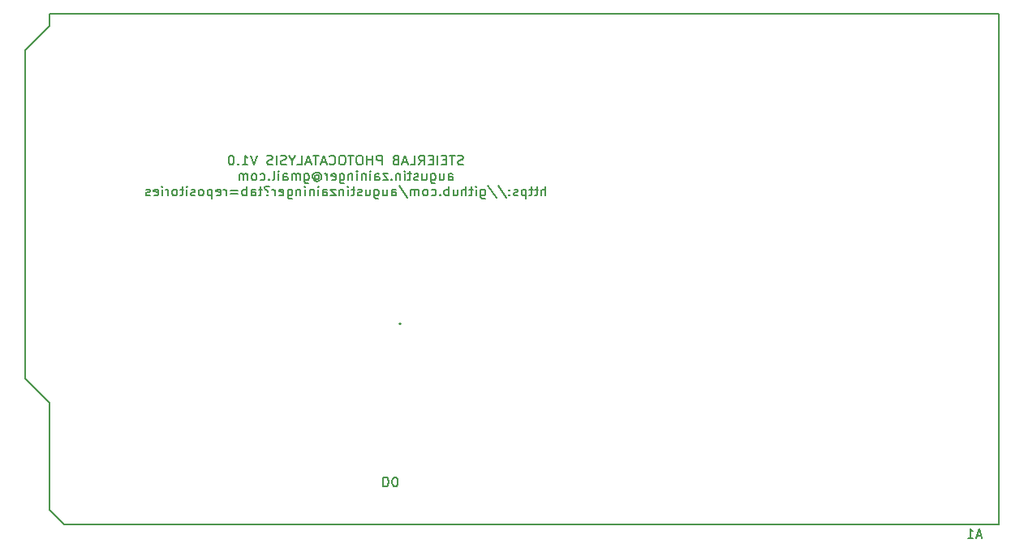
<source format=gbr>
%TF.GenerationSoftware,KiCad,Pcbnew,7.0.7*%
%TF.CreationDate,2024-02-22T12:48:11+00:00*%
%TF.ProjectId,baseBoard_rev0,62617365-426f-4617-9264-5f726576302e,rev?*%
%TF.SameCoordinates,Original*%
%TF.FileFunction,Legend,Bot*%
%TF.FilePolarity,Positive*%
%FSLAX46Y46*%
G04 Gerber Fmt 4.6, Leading zero omitted, Abs format (unit mm)*
G04 Created by KiCad (PCBNEW 7.0.7) date 2024-02-22 12:48:11*
%MOMM*%
%LPD*%
G01*
G04 APERTURE LIST*
%ADD10C,0.150000*%
G04 APERTURE END LIST*
D10*
X56738095Y-98102200D02*
X56595238Y-98149819D01*
X56595238Y-98149819D02*
X56357143Y-98149819D01*
X56357143Y-98149819D02*
X56261905Y-98102200D01*
X56261905Y-98102200D02*
X56214286Y-98054580D01*
X56214286Y-98054580D02*
X56166667Y-97959342D01*
X56166667Y-97959342D02*
X56166667Y-97864104D01*
X56166667Y-97864104D02*
X56214286Y-97768866D01*
X56214286Y-97768866D02*
X56261905Y-97721247D01*
X56261905Y-97721247D02*
X56357143Y-97673628D01*
X56357143Y-97673628D02*
X56547619Y-97626009D01*
X56547619Y-97626009D02*
X56642857Y-97578390D01*
X56642857Y-97578390D02*
X56690476Y-97530771D01*
X56690476Y-97530771D02*
X56738095Y-97435533D01*
X56738095Y-97435533D02*
X56738095Y-97340295D01*
X56738095Y-97340295D02*
X56690476Y-97245057D01*
X56690476Y-97245057D02*
X56642857Y-97197438D01*
X56642857Y-97197438D02*
X56547619Y-97149819D01*
X56547619Y-97149819D02*
X56309524Y-97149819D01*
X56309524Y-97149819D02*
X56166667Y-97197438D01*
X55880952Y-97149819D02*
X55309524Y-97149819D01*
X55595238Y-98149819D02*
X55595238Y-97149819D01*
X54976190Y-97626009D02*
X54642857Y-97626009D01*
X54500000Y-98149819D02*
X54976190Y-98149819D01*
X54976190Y-98149819D02*
X54976190Y-97149819D01*
X54976190Y-97149819D02*
X54500000Y-97149819D01*
X54071428Y-98149819D02*
X54071428Y-97149819D01*
X53595238Y-97626009D02*
X53261905Y-97626009D01*
X53119048Y-98149819D02*
X53595238Y-98149819D01*
X53595238Y-98149819D02*
X53595238Y-97149819D01*
X53595238Y-97149819D02*
X53119048Y-97149819D01*
X52119048Y-98149819D02*
X52452381Y-97673628D01*
X52690476Y-98149819D02*
X52690476Y-97149819D01*
X52690476Y-97149819D02*
X52309524Y-97149819D01*
X52309524Y-97149819D02*
X52214286Y-97197438D01*
X52214286Y-97197438D02*
X52166667Y-97245057D01*
X52166667Y-97245057D02*
X52119048Y-97340295D01*
X52119048Y-97340295D02*
X52119048Y-97483152D01*
X52119048Y-97483152D02*
X52166667Y-97578390D01*
X52166667Y-97578390D02*
X52214286Y-97626009D01*
X52214286Y-97626009D02*
X52309524Y-97673628D01*
X52309524Y-97673628D02*
X52690476Y-97673628D01*
X51214286Y-98149819D02*
X51690476Y-98149819D01*
X51690476Y-98149819D02*
X51690476Y-97149819D01*
X50928571Y-97864104D02*
X50452381Y-97864104D01*
X51023809Y-98149819D02*
X50690476Y-97149819D01*
X50690476Y-97149819D02*
X50357143Y-98149819D01*
X49690476Y-97626009D02*
X49547619Y-97673628D01*
X49547619Y-97673628D02*
X49500000Y-97721247D01*
X49500000Y-97721247D02*
X49452381Y-97816485D01*
X49452381Y-97816485D02*
X49452381Y-97959342D01*
X49452381Y-97959342D02*
X49500000Y-98054580D01*
X49500000Y-98054580D02*
X49547619Y-98102200D01*
X49547619Y-98102200D02*
X49642857Y-98149819D01*
X49642857Y-98149819D02*
X50023809Y-98149819D01*
X50023809Y-98149819D02*
X50023809Y-97149819D01*
X50023809Y-97149819D02*
X49690476Y-97149819D01*
X49690476Y-97149819D02*
X49595238Y-97197438D01*
X49595238Y-97197438D02*
X49547619Y-97245057D01*
X49547619Y-97245057D02*
X49500000Y-97340295D01*
X49500000Y-97340295D02*
X49500000Y-97435533D01*
X49500000Y-97435533D02*
X49547619Y-97530771D01*
X49547619Y-97530771D02*
X49595238Y-97578390D01*
X49595238Y-97578390D02*
X49690476Y-97626009D01*
X49690476Y-97626009D02*
X50023809Y-97626009D01*
X48261904Y-98149819D02*
X48261904Y-97149819D01*
X48261904Y-97149819D02*
X47880952Y-97149819D01*
X47880952Y-97149819D02*
X47785714Y-97197438D01*
X47785714Y-97197438D02*
X47738095Y-97245057D01*
X47738095Y-97245057D02*
X47690476Y-97340295D01*
X47690476Y-97340295D02*
X47690476Y-97483152D01*
X47690476Y-97483152D02*
X47738095Y-97578390D01*
X47738095Y-97578390D02*
X47785714Y-97626009D01*
X47785714Y-97626009D02*
X47880952Y-97673628D01*
X47880952Y-97673628D02*
X48261904Y-97673628D01*
X47261904Y-98149819D02*
X47261904Y-97149819D01*
X47261904Y-97626009D02*
X46690476Y-97626009D01*
X46690476Y-98149819D02*
X46690476Y-97149819D01*
X46023809Y-97149819D02*
X45833333Y-97149819D01*
X45833333Y-97149819D02*
X45738095Y-97197438D01*
X45738095Y-97197438D02*
X45642857Y-97292676D01*
X45642857Y-97292676D02*
X45595238Y-97483152D01*
X45595238Y-97483152D02*
X45595238Y-97816485D01*
X45595238Y-97816485D02*
X45642857Y-98006961D01*
X45642857Y-98006961D02*
X45738095Y-98102200D01*
X45738095Y-98102200D02*
X45833333Y-98149819D01*
X45833333Y-98149819D02*
X46023809Y-98149819D01*
X46023809Y-98149819D02*
X46119047Y-98102200D01*
X46119047Y-98102200D02*
X46214285Y-98006961D01*
X46214285Y-98006961D02*
X46261904Y-97816485D01*
X46261904Y-97816485D02*
X46261904Y-97483152D01*
X46261904Y-97483152D02*
X46214285Y-97292676D01*
X46214285Y-97292676D02*
X46119047Y-97197438D01*
X46119047Y-97197438D02*
X46023809Y-97149819D01*
X45309523Y-97149819D02*
X44738095Y-97149819D01*
X45023809Y-98149819D02*
X45023809Y-97149819D01*
X44214285Y-97149819D02*
X44023809Y-97149819D01*
X44023809Y-97149819D02*
X43928571Y-97197438D01*
X43928571Y-97197438D02*
X43833333Y-97292676D01*
X43833333Y-97292676D02*
X43785714Y-97483152D01*
X43785714Y-97483152D02*
X43785714Y-97816485D01*
X43785714Y-97816485D02*
X43833333Y-98006961D01*
X43833333Y-98006961D02*
X43928571Y-98102200D01*
X43928571Y-98102200D02*
X44023809Y-98149819D01*
X44023809Y-98149819D02*
X44214285Y-98149819D01*
X44214285Y-98149819D02*
X44309523Y-98102200D01*
X44309523Y-98102200D02*
X44404761Y-98006961D01*
X44404761Y-98006961D02*
X44452380Y-97816485D01*
X44452380Y-97816485D02*
X44452380Y-97483152D01*
X44452380Y-97483152D02*
X44404761Y-97292676D01*
X44404761Y-97292676D02*
X44309523Y-97197438D01*
X44309523Y-97197438D02*
X44214285Y-97149819D01*
X42785714Y-98054580D02*
X42833333Y-98102200D01*
X42833333Y-98102200D02*
X42976190Y-98149819D01*
X42976190Y-98149819D02*
X43071428Y-98149819D01*
X43071428Y-98149819D02*
X43214285Y-98102200D01*
X43214285Y-98102200D02*
X43309523Y-98006961D01*
X43309523Y-98006961D02*
X43357142Y-97911723D01*
X43357142Y-97911723D02*
X43404761Y-97721247D01*
X43404761Y-97721247D02*
X43404761Y-97578390D01*
X43404761Y-97578390D02*
X43357142Y-97387914D01*
X43357142Y-97387914D02*
X43309523Y-97292676D01*
X43309523Y-97292676D02*
X43214285Y-97197438D01*
X43214285Y-97197438D02*
X43071428Y-97149819D01*
X43071428Y-97149819D02*
X42976190Y-97149819D01*
X42976190Y-97149819D02*
X42833333Y-97197438D01*
X42833333Y-97197438D02*
X42785714Y-97245057D01*
X42404761Y-97864104D02*
X41928571Y-97864104D01*
X42499999Y-98149819D02*
X42166666Y-97149819D01*
X42166666Y-97149819D02*
X41833333Y-98149819D01*
X41642856Y-97149819D02*
X41071428Y-97149819D01*
X41357142Y-98149819D02*
X41357142Y-97149819D01*
X40785713Y-97864104D02*
X40309523Y-97864104D01*
X40880951Y-98149819D02*
X40547618Y-97149819D01*
X40547618Y-97149819D02*
X40214285Y-98149819D01*
X39404761Y-98149819D02*
X39880951Y-98149819D01*
X39880951Y-98149819D02*
X39880951Y-97149819D01*
X38880951Y-97673628D02*
X38880951Y-98149819D01*
X39214284Y-97149819D02*
X38880951Y-97673628D01*
X38880951Y-97673628D02*
X38547618Y-97149819D01*
X38261903Y-98102200D02*
X38119046Y-98149819D01*
X38119046Y-98149819D02*
X37880951Y-98149819D01*
X37880951Y-98149819D02*
X37785713Y-98102200D01*
X37785713Y-98102200D02*
X37738094Y-98054580D01*
X37738094Y-98054580D02*
X37690475Y-97959342D01*
X37690475Y-97959342D02*
X37690475Y-97864104D01*
X37690475Y-97864104D02*
X37738094Y-97768866D01*
X37738094Y-97768866D02*
X37785713Y-97721247D01*
X37785713Y-97721247D02*
X37880951Y-97673628D01*
X37880951Y-97673628D02*
X38071427Y-97626009D01*
X38071427Y-97626009D02*
X38166665Y-97578390D01*
X38166665Y-97578390D02*
X38214284Y-97530771D01*
X38214284Y-97530771D02*
X38261903Y-97435533D01*
X38261903Y-97435533D02*
X38261903Y-97340295D01*
X38261903Y-97340295D02*
X38214284Y-97245057D01*
X38214284Y-97245057D02*
X38166665Y-97197438D01*
X38166665Y-97197438D02*
X38071427Y-97149819D01*
X38071427Y-97149819D02*
X37833332Y-97149819D01*
X37833332Y-97149819D02*
X37690475Y-97197438D01*
X37261903Y-98149819D02*
X37261903Y-97149819D01*
X36833332Y-98102200D02*
X36690475Y-98149819D01*
X36690475Y-98149819D02*
X36452380Y-98149819D01*
X36452380Y-98149819D02*
X36357142Y-98102200D01*
X36357142Y-98102200D02*
X36309523Y-98054580D01*
X36309523Y-98054580D02*
X36261904Y-97959342D01*
X36261904Y-97959342D02*
X36261904Y-97864104D01*
X36261904Y-97864104D02*
X36309523Y-97768866D01*
X36309523Y-97768866D02*
X36357142Y-97721247D01*
X36357142Y-97721247D02*
X36452380Y-97673628D01*
X36452380Y-97673628D02*
X36642856Y-97626009D01*
X36642856Y-97626009D02*
X36738094Y-97578390D01*
X36738094Y-97578390D02*
X36785713Y-97530771D01*
X36785713Y-97530771D02*
X36833332Y-97435533D01*
X36833332Y-97435533D02*
X36833332Y-97340295D01*
X36833332Y-97340295D02*
X36785713Y-97245057D01*
X36785713Y-97245057D02*
X36738094Y-97197438D01*
X36738094Y-97197438D02*
X36642856Y-97149819D01*
X36642856Y-97149819D02*
X36404761Y-97149819D01*
X36404761Y-97149819D02*
X36261904Y-97197438D01*
X35214284Y-97149819D02*
X34880951Y-98149819D01*
X34880951Y-98149819D02*
X34547618Y-97149819D01*
X33690475Y-98149819D02*
X34261903Y-98149819D01*
X33976189Y-98149819D02*
X33976189Y-97149819D01*
X33976189Y-97149819D02*
X34071427Y-97292676D01*
X34071427Y-97292676D02*
X34166665Y-97387914D01*
X34166665Y-97387914D02*
X34261903Y-97435533D01*
X33261903Y-98054580D02*
X33214284Y-98102200D01*
X33214284Y-98102200D02*
X33261903Y-98149819D01*
X33261903Y-98149819D02*
X33309522Y-98102200D01*
X33309522Y-98102200D02*
X33261903Y-98054580D01*
X33261903Y-98054580D02*
X33261903Y-98149819D01*
X32595237Y-97149819D02*
X32499999Y-97149819D01*
X32499999Y-97149819D02*
X32404761Y-97197438D01*
X32404761Y-97197438D02*
X32357142Y-97245057D01*
X32357142Y-97245057D02*
X32309523Y-97340295D01*
X32309523Y-97340295D02*
X32261904Y-97530771D01*
X32261904Y-97530771D02*
X32261904Y-97768866D01*
X32261904Y-97768866D02*
X32309523Y-97959342D01*
X32309523Y-97959342D02*
X32357142Y-98054580D01*
X32357142Y-98054580D02*
X32404761Y-98102200D01*
X32404761Y-98102200D02*
X32499999Y-98149819D01*
X32499999Y-98149819D02*
X32595237Y-98149819D01*
X32595237Y-98149819D02*
X32690475Y-98102200D01*
X32690475Y-98102200D02*
X32738094Y-98054580D01*
X32738094Y-98054580D02*
X32785713Y-97959342D01*
X32785713Y-97959342D02*
X32833332Y-97768866D01*
X32833332Y-97768866D02*
X32833332Y-97530771D01*
X32833332Y-97530771D02*
X32785713Y-97340295D01*
X32785713Y-97340295D02*
X32738094Y-97245057D01*
X32738094Y-97245057D02*
X32690475Y-97197438D01*
X32690475Y-97197438D02*
X32595237Y-97149819D01*
X55190475Y-99759819D02*
X55190475Y-99236009D01*
X55190475Y-99236009D02*
X55238094Y-99140771D01*
X55238094Y-99140771D02*
X55333332Y-99093152D01*
X55333332Y-99093152D02*
X55523808Y-99093152D01*
X55523808Y-99093152D02*
X55619046Y-99140771D01*
X55190475Y-99712200D02*
X55285713Y-99759819D01*
X55285713Y-99759819D02*
X55523808Y-99759819D01*
X55523808Y-99759819D02*
X55619046Y-99712200D01*
X55619046Y-99712200D02*
X55666665Y-99616961D01*
X55666665Y-99616961D02*
X55666665Y-99521723D01*
X55666665Y-99521723D02*
X55619046Y-99426485D01*
X55619046Y-99426485D02*
X55523808Y-99378866D01*
X55523808Y-99378866D02*
X55285713Y-99378866D01*
X55285713Y-99378866D02*
X55190475Y-99331247D01*
X54285713Y-99093152D02*
X54285713Y-99759819D01*
X54714284Y-99093152D02*
X54714284Y-99616961D01*
X54714284Y-99616961D02*
X54666665Y-99712200D01*
X54666665Y-99712200D02*
X54571427Y-99759819D01*
X54571427Y-99759819D02*
X54428570Y-99759819D01*
X54428570Y-99759819D02*
X54333332Y-99712200D01*
X54333332Y-99712200D02*
X54285713Y-99664580D01*
X53380951Y-99093152D02*
X53380951Y-99902676D01*
X53380951Y-99902676D02*
X53428570Y-99997914D01*
X53428570Y-99997914D02*
X53476189Y-100045533D01*
X53476189Y-100045533D02*
X53571427Y-100093152D01*
X53571427Y-100093152D02*
X53714284Y-100093152D01*
X53714284Y-100093152D02*
X53809522Y-100045533D01*
X53380951Y-99712200D02*
X53476189Y-99759819D01*
X53476189Y-99759819D02*
X53666665Y-99759819D01*
X53666665Y-99759819D02*
X53761903Y-99712200D01*
X53761903Y-99712200D02*
X53809522Y-99664580D01*
X53809522Y-99664580D02*
X53857141Y-99569342D01*
X53857141Y-99569342D02*
X53857141Y-99283628D01*
X53857141Y-99283628D02*
X53809522Y-99188390D01*
X53809522Y-99188390D02*
X53761903Y-99140771D01*
X53761903Y-99140771D02*
X53666665Y-99093152D01*
X53666665Y-99093152D02*
X53476189Y-99093152D01*
X53476189Y-99093152D02*
X53380951Y-99140771D01*
X52476189Y-99093152D02*
X52476189Y-99759819D01*
X52904760Y-99093152D02*
X52904760Y-99616961D01*
X52904760Y-99616961D02*
X52857141Y-99712200D01*
X52857141Y-99712200D02*
X52761903Y-99759819D01*
X52761903Y-99759819D02*
X52619046Y-99759819D01*
X52619046Y-99759819D02*
X52523808Y-99712200D01*
X52523808Y-99712200D02*
X52476189Y-99664580D01*
X52047617Y-99712200D02*
X51952379Y-99759819D01*
X51952379Y-99759819D02*
X51761903Y-99759819D01*
X51761903Y-99759819D02*
X51666665Y-99712200D01*
X51666665Y-99712200D02*
X51619046Y-99616961D01*
X51619046Y-99616961D02*
X51619046Y-99569342D01*
X51619046Y-99569342D02*
X51666665Y-99474104D01*
X51666665Y-99474104D02*
X51761903Y-99426485D01*
X51761903Y-99426485D02*
X51904760Y-99426485D01*
X51904760Y-99426485D02*
X51999998Y-99378866D01*
X51999998Y-99378866D02*
X52047617Y-99283628D01*
X52047617Y-99283628D02*
X52047617Y-99236009D01*
X52047617Y-99236009D02*
X51999998Y-99140771D01*
X51999998Y-99140771D02*
X51904760Y-99093152D01*
X51904760Y-99093152D02*
X51761903Y-99093152D01*
X51761903Y-99093152D02*
X51666665Y-99140771D01*
X51333331Y-99093152D02*
X50952379Y-99093152D01*
X51190474Y-98759819D02*
X51190474Y-99616961D01*
X51190474Y-99616961D02*
X51142855Y-99712200D01*
X51142855Y-99712200D02*
X51047617Y-99759819D01*
X51047617Y-99759819D02*
X50952379Y-99759819D01*
X50619045Y-99759819D02*
X50619045Y-99093152D01*
X50619045Y-98759819D02*
X50666664Y-98807438D01*
X50666664Y-98807438D02*
X50619045Y-98855057D01*
X50619045Y-98855057D02*
X50571426Y-98807438D01*
X50571426Y-98807438D02*
X50619045Y-98759819D01*
X50619045Y-98759819D02*
X50619045Y-98855057D01*
X50142855Y-99093152D02*
X50142855Y-99759819D01*
X50142855Y-99188390D02*
X50095236Y-99140771D01*
X50095236Y-99140771D02*
X49999998Y-99093152D01*
X49999998Y-99093152D02*
X49857141Y-99093152D01*
X49857141Y-99093152D02*
X49761903Y-99140771D01*
X49761903Y-99140771D02*
X49714284Y-99236009D01*
X49714284Y-99236009D02*
X49714284Y-99759819D01*
X49238093Y-99664580D02*
X49190474Y-99712200D01*
X49190474Y-99712200D02*
X49238093Y-99759819D01*
X49238093Y-99759819D02*
X49285712Y-99712200D01*
X49285712Y-99712200D02*
X49238093Y-99664580D01*
X49238093Y-99664580D02*
X49238093Y-99759819D01*
X48857141Y-99093152D02*
X48333332Y-99093152D01*
X48333332Y-99093152D02*
X48857141Y-99759819D01*
X48857141Y-99759819D02*
X48333332Y-99759819D01*
X47523808Y-99759819D02*
X47523808Y-99236009D01*
X47523808Y-99236009D02*
X47571427Y-99140771D01*
X47571427Y-99140771D02*
X47666665Y-99093152D01*
X47666665Y-99093152D02*
X47857141Y-99093152D01*
X47857141Y-99093152D02*
X47952379Y-99140771D01*
X47523808Y-99712200D02*
X47619046Y-99759819D01*
X47619046Y-99759819D02*
X47857141Y-99759819D01*
X47857141Y-99759819D02*
X47952379Y-99712200D01*
X47952379Y-99712200D02*
X47999998Y-99616961D01*
X47999998Y-99616961D02*
X47999998Y-99521723D01*
X47999998Y-99521723D02*
X47952379Y-99426485D01*
X47952379Y-99426485D02*
X47857141Y-99378866D01*
X47857141Y-99378866D02*
X47619046Y-99378866D01*
X47619046Y-99378866D02*
X47523808Y-99331247D01*
X47047617Y-99759819D02*
X47047617Y-99093152D01*
X47047617Y-98759819D02*
X47095236Y-98807438D01*
X47095236Y-98807438D02*
X47047617Y-98855057D01*
X47047617Y-98855057D02*
X46999998Y-98807438D01*
X46999998Y-98807438D02*
X47047617Y-98759819D01*
X47047617Y-98759819D02*
X47047617Y-98855057D01*
X46571427Y-99093152D02*
X46571427Y-99759819D01*
X46571427Y-99188390D02*
X46523808Y-99140771D01*
X46523808Y-99140771D02*
X46428570Y-99093152D01*
X46428570Y-99093152D02*
X46285713Y-99093152D01*
X46285713Y-99093152D02*
X46190475Y-99140771D01*
X46190475Y-99140771D02*
X46142856Y-99236009D01*
X46142856Y-99236009D02*
X46142856Y-99759819D01*
X45666665Y-99759819D02*
X45666665Y-99093152D01*
X45666665Y-98759819D02*
X45714284Y-98807438D01*
X45714284Y-98807438D02*
X45666665Y-98855057D01*
X45666665Y-98855057D02*
X45619046Y-98807438D01*
X45619046Y-98807438D02*
X45666665Y-98759819D01*
X45666665Y-98759819D02*
X45666665Y-98855057D01*
X45190475Y-99093152D02*
X45190475Y-99759819D01*
X45190475Y-99188390D02*
X45142856Y-99140771D01*
X45142856Y-99140771D02*
X45047618Y-99093152D01*
X45047618Y-99093152D02*
X44904761Y-99093152D01*
X44904761Y-99093152D02*
X44809523Y-99140771D01*
X44809523Y-99140771D02*
X44761904Y-99236009D01*
X44761904Y-99236009D02*
X44761904Y-99759819D01*
X43857142Y-99093152D02*
X43857142Y-99902676D01*
X43857142Y-99902676D02*
X43904761Y-99997914D01*
X43904761Y-99997914D02*
X43952380Y-100045533D01*
X43952380Y-100045533D02*
X44047618Y-100093152D01*
X44047618Y-100093152D02*
X44190475Y-100093152D01*
X44190475Y-100093152D02*
X44285713Y-100045533D01*
X43857142Y-99712200D02*
X43952380Y-99759819D01*
X43952380Y-99759819D02*
X44142856Y-99759819D01*
X44142856Y-99759819D02*
X44238094Y-99712200D01*
X44238094Y-99712200D02*
X44285713Y-99664580D01*
X44285713Y-99664580D02*
X44333332Y-99569342D01*
X44333332Y-99569342D02*
X44333332Y-99283628D01*
X44333332Y-99283628D02*
X44285713Y-99188390D01*
X44285713Y-99188390D02*
X44238094Y-99140771D01*
X44238094Y-99140771D02*
X44142856Y-99093152D01*
X44142856Y-99093152D02*
X43952380Y-99093152D01*
X43952380Y-99093152D02*
X43857142Y-99140771D01*
X42999999Y-99712200D02*
X43095237Y-99759819D01*
X43095237Y-99759819D02*
X43285713Y-99759819D01*
X43285713Y-99759819D02*
X43380951Y-99712200D01*
X43380951Y-99712200D02*
X43428570Y-99616961D01*
X43428570Y-99616961D02*
X43428570Y-99236009D01*
X43428570Y-99236009D02*
X43380951Y-99140771D01*
X43380951Y-99140771D02*
X43285713Y-99093152D01*
X43285713Y-99093152D02*
X43095237Y-99093152D01*
X43095237Y-99093152D02*
X42999999Y-99140771D01*
X42999999Y-99140771D02*
X42952380Y-99236009D01*
X42952380Y-99236009D02*
X42952380Y-99331247D01*
X42952380Y-99331247D02*
X43428570Y-99426485D01*
X42523808Y-99759819D02*
X42523808Y-99093152D01*
X42523808Y-99283628D02*
X42476189Y-99188390D01*
X42476189Y-99188390D02*
X42428570Y-99140771D01*
X42428570Y-99140771D02*
X42333332Y-99093152D01*
X42333332Y-99093152D02*
X42238094Y-99093152D01*
X41285713Y-99283628D02*
X41333332Y-99236009D01*
X41333332Y-99236009D02*
X41428570Y-99188390D01*
X41428570Y-99188390D02*
X41523808Y-99188390D01*
X41523808Y-99188390D02*
X41619046Y-99236009D01*
X41619046Y-99236009D02*
X41666665Y-99283628D01*
X41666665Y-99283628D02*
X41714284Y-99378866D01*
X41714284Y-99378866D02*
X41714284Y-99474104D01*
X41714284Y-99474104D02*
X41666665Y-99569342D01*
X41666665Y-99569342D02*
X41619046Y-99616961D01*
X41619046Y-99616961D02*
X41523808Y-99664580D01*
X41523808Y-99664580D02*
X41428570Y-99664580D01*
X41428570Y-99664580D02*
X41333332Y-99616961D01*
X41333332Y-99616961D02*
X41285713Y-99569342D01*
X41285713Y-99188390D02*
X41285713Y-99569342D01*
X41285713Y-99569342D02*
X41238094Y-99616961D01*
X41238094Y-99616961D02*
X41190475Y-99616961D01*
X41190475Y-99616961D02*
X41095236Y-99569342D01*
X41095236Y-99569342D02*
X41047617Y-99474104D01*
X41047617Y-99474104D02*
X41047617Y-99236009D01*
X41047617Y-99236009D02*
X41142856Y-99093152D01*
X41142856Y-99093152D02*
X41285713Y-98997914D01*
X41285713Y-98997914D02*
X41476189Y-98950295D01*
X41476189Y-98950295D02*
X41666665Y-98997914D01*
X41666665Y-98997914D02*
X41809522Y-99093152D01*
X41809522Y-99093152D02*
X41904760Y-99236009D01*
X41904760Y-99236009D02*
X41952379Y-99426485D01*
X41952379Y-99426485D02*
X41904760Y-99616961D01*
X41904760Y-99616961D02*
X41809522Y-99759819D01*
X41809522Y-99759819D02*
X41666665Y-99855057D01*
X41666665Y-99855057D02*
X41476189Y-99902676D01*
X41476189Y-99902676D02*
X41285713Y-99855057D01*
X41285713Y-99855057D02*
X41142856Y-99759819D01*
X40190475Y-99093152D02*
X40190475Y-99902676D01*
X40190475Y-99902676D02*
X40238094Y-99997914D01*
X40238094Y-99997914D02*
X40285713Y-100045533D01*
X40285713Y-100045533D02*
X40380951Y-100093152D01*
X40380951Y-100093152D02*
X40523808Y-100093152D01*
X40523808Y-100093152D02*
X40619046Y-100045533D01*
X40190475Y-99712200D02*
X40285713Y-99759819D01*
X40285713Y-99759819D02*
X40476189Y-99759819D01*
X40476189Y-99759819D02*
X40571427Y-99712200D01*
X40571427Y-99712200D02*
X40619046Y-99664580D01*
X40619046Y-99664580D02*
X40666665Y-99569342D01*
X40666665Y-99569342D02*
X40666665Y-99283628D01*
X40666665Y-99283628D02*
X40619046Y-99188390D01*
X40619046Y-99188390D02*
X40571427Y-99140771D01*
X40571427Y-99140771D02*
X40476189Y-99093152D01*
X40476189Y-99093152D02*
X40285713Y-99093152D01*
X40285713Y-99093152D02*
X40190475Y-99140771D01*
X39714284Y-99759819D02*
X39714284Y-99093152D01*
X39714284Y-99188390D02*
X39666665Y-99140771D01*
X39666665Y-99140771D02*
X39571427Y-99093152D01*
X39571427Y-99093152D02*
X39428570Y-99093152D01*
X39428570Y-99093152D02*
X39333332Y-99140771D01*
X39333332Y-99140771D02*
X39285713Y-99236009D01*
X39285713Y-99236009D02*
X39285713Y-99759819D01*
X39285713Y-99236009D02*
X39238094Y-99140771D01*
X39238094Y-99140771D02*
X39142856Y-99093152D01*
X39142856Y-99093152D02*
X38999999Y-99093152D01*
X38999999Y-99093152D02*
X38904760Y-99140771D01*
X38904760Y-99140771D02*
X38857141Y-99236009D01*
X38857141Y-99236009D02*
X38857141Y-99759819D01*
X37952380Y-99759819D02*
X37952380Y-99236009D01*
X37952380Y-99236009D02*
X37999999Y-99140771D01*
X37999999Y-99140771D02*
X38095237Y-99093152D01*
X38095237Y-99093152D02*
X38285713Y-99093152D01*
X38285713Y-99093152D02*
X38380951Y-99140771D01*
X37952380Y-99712200D02*
X38047618Y-99759819D01*
X38047618Y-99759819D02*
X38285713Y-99759819D01*
X38285713Y-99759819D02*
X38380951Y-99712200D01*
X38380951Y-99712200D02*
X38428570Y-99616961D01*
X38428570Y-99616961D02*
X38428570Y-99521723D01*
X38428570Y-99521723D02*
X38380951Y-99426485D01*
X38380951Y-99426485D02*
X38285713Y-99378866D01*
X38285713Y-99378866D02*
X38047618Y-99378866D01*
X38047618Y-99378866D02*
X37952380Y-99331247D01*
X37476189Y-99759819D02*
X37476189Y-99093152D01*
X37476189Y-98759819D02*
X37523808Y-98807438D01*
X37523808Y-98807438D02*
X37476189Y-98855057D01*
X37476189Y-98855057D02*
X37428570Y-98807438D01*
X37428570Y-98807438D02*
X37476189Y-98759819D01*
X37476189Y-98759819D02*
X37476189Y-98855057D01*
X36857142Y-99759819D02*
X36952380Y-99712200D01*
X36952380Y-99712200D02*
X36999999Y-99616961D01*
X36999999Y-99616961D02*
X36999999Y-98759819D01*
X36476189Y-99664580D02*
X36428570Y-99712200D01*
X36428570Y-99712200D02*
X36476189Y-99759819D01*
X36476189Y-99759819D02*
X36523808Y-99712200D01*
X36523808Y-99712200D02*
X36476189Y-99664580D01*
X36476189Y-99664580D02*
X36476189Y-99759819D01*
X35571428Y-99712200D02*
X35666666Y-99759819D01*
X35666666Y-99759819D02*
X35857142Y-99759819D01*
X35857142Y-99759819D02*
X35952380Y-99712200D01*
X35952380Y-99712200D02*
X35999999Y-99664580D01*
X35999999Y-99664580D02*
X36047618Y-99569342D01*
X36047618Y-99569342D02*
X36047618Y-99283628D01*
X36047618Y-99283628D02*
X35999999Y-99188390D01*
X35999999Y-99188390D02*
X35952380Y-99140771D01*
X35952380Y-99140771D02*
X35857142Y-99093152D01*
X35857142Y-99093152D02*
X35666666Y-99093152D01*
X35666666Y-99093152D02*
X35571428Y-99140771D01*
X34999999Y-99759819D02*
X35095237Y-99712200D01*
X35095237Y-99712200D02*
X35142856Y-99664580D01*
X35142856Y-99664580D02*
X35190475Y-99569342D01*
X35190475Y-99569342D02*
X35190475Y-99283628D01*
X35190475Y-99283628D02*
X35142856Y-99188390D01*
X35142856Y-99188390D02*
X35095237Y-99140771D01*
X35095237Y-99140771D02*
X34999999Y-99093152D01*
X34999999Y-99093152D02*
X34857142Y-99093152D01*
X34857142Y-99093152D02*
X34761904Y-99140771D01*
X34761904Y-99140771D02*
X34714285Y-99188390D01*
X34714285Y-99188390D02*
X34666666Y-99283628D01*
X34666666Y-99283628D02*
X34666666Y-99569342D01*
X34666666Y-99569342D02*
X34714285Y-99664580D01*
X34714285Y-99664580D02*
X34761904Y-99712200D01*
X34761904Y-99712200D02*
X34857142Y-99759819D01*
X34857142Y-99759819D02*
X34999999Y-99759819D01*
X34238094Y-99759819D02*
X34238094Y-99093152D01*
X34238094Y-99188390D02*
X34190475Y-99140771D01*
X34190475Y-99140771D02*
X34095237Y-99093152D01*
X34095237Y-99093152D02*
X33952380Y-99093152D01*
X33952380Y-99093152D02*
X33857142Y-99140771D01*
X33857142Y-99140771D02*
X33809523Y-99236009D01*
X33809523Y-99236009D02*
X33809523Y-99759819D01*
X33809523Y-99236009D02*
X33761904Y-99140771D01*
X33761904Y-99140771D02*
X33666666Y-99093152D01*
X33666666Y-99093152D02*
X33523809Y-99093152D01*
X33523809Y-99093152D02*
X33428570Y-99140771D01*
X33428570Y-99140771D02*
X33380951Y-99236009D01*
X33380951Y-99236009D02*
X33380951Y-99759819D01*
X65333334Y-101369819D02*
X65333334Y-100369819D01*
X64904763Y-101369819D02*
X64904763Y-100846009D01*
X64904763Y-100846009D02*
X64952382Y-100750771D01*
X64952382Y-100750771D02*
X65047620Y-100703152D01*
X65047620Y-100703152D02*
X65190477Y-100703152D01*
X65190477Y-100703152D02*
X65285715Y-100750771D01*
X65285715Y-100750771D02*
X65333334Y-100798390D01*
X64571429Y-100703152D02*
X64190477Y-100703152D01*
X64428572Y-100369819D02*
X64428572Y-101226961D01*
X64428572Y-101226961D02*
X64380953Y-101322200D01*
X64380953Y-101322200D02*
X64285715Y-101369819D01*
X64285715Y-101369819D02*
X64190477Y-101369819D01*
X64000000Y-100703152D02*
X63619048Y-100703152D01*
X63857143Y-100369819D02*
X63857143Y-101226961D01*
X63857143Y-101226961D02*
X63809524Y-101322200D01*
X63809524Y-101322200D02*
X63714286Y-101369819D01*
X63714286Y-101369819D02*
X63619048Y-101369819D01*
X63285714Y-100703152D02*
X63285714Y-101703152D01*
X63285714Y-100750771D02*
X63190476Y-100703152D01*
X63190476Y-100703152D02*
X63000000Y-100703152D01*
X63000000Y-100703152D02*
X62904762Y-100750771D01*
X62904762Y-100750771D02*
X62857143Y-100798390D01*
X62857143Y-100798390D02*
X62809524Y-100893628D01*
X62809524Y-100893628D02*
X62809524Y-101179342D01*
X62809524Y-101179342D02*
X62857143Y-101274580D01*
X62857143Y-101274580D02*
X62904762Y-101322200D01*
X62904762Y-101322200D02*
X63000000Y-101369819D01*
X63000000Y-101369819D02*
X63190476Y-101369819D01*
X63190476Y-101369819D02*
X63285714Y-101322200D01*
X62428571Y-101322200D02*
X62333333Y-101369819D01*
X62333333Y-101369819D02*
X62142857Y-101369819D01*
X62142857Y-101369819D02*
X62047619Y-101322200D01*
X62047619Y-101322200D02*
X62000000Y-101226961D01*
X62000000Y-101226961D02*
X62000000Y-101179342D01*
X62000000Y-101179342D02*
X62047619Y-101084104D01*
X62047619Y-101084104D02*
X62142857Y-101036485D01*
X62142857Y-101036485D02*
X62285714Y-101036485D01*
X62285714Y-101036485D02*
X62380952Y-100988866D01*
X62380952Y-100988866D02*
X62428571Y-100893628D01*
X62428571Y-100893628D02*
X62428571Y-100846009D01*
X62428571Y-100846009D02*
X62380952Y-100750771D01*
X62380952Y-100750771D02*
X62285714Y-100703152D01*
X62285714Y-100703152D02*
X62142857Y-100703152D01*
X62142857Y-100703152D02*
X62047619Y-100750771D01*
X61571428Y-101274580D02*
X61523809Y-101322200D01*
X61523809Y-101322200D02*
X61571428Y-101369819D01*
X61571428Y-101369819D02*
X61619047Y-101322200D01*
X61619047Y-101322200D02*
X61571428Y-101274580D01*
X61571428Y-101274580D02*
X61571428Y-101369819D01*
X61571428Y-100750771D02*
X61523809Y-100798390D01*
X61523809Y-100798390D02*
X61571428Y-100846009D01*
X61571428Y-100846009D02*
X61619047Y-100798390D01*
X61619047Y-100798390D02*
X61571428Y-100750771D01*
X61571428Y-100750771D02*
X61571428Y-100846009D01*
X60380953Y-100322200D02*
X61238095Y-101607914D01*
X59333334Y-100322200D02*
X60190476Y-101607914D01*
X58571429Y-100703152D02*
X58571429Y-101512676D01*
X58571429Y-101512676D02*
X58619048Y-101607914D01*
X58619048Y-101607914D02*
X58666667Y-101655533D01*
X58666667Y-101655533D02*
X58761905Y-101703152D01*
X58761905Y-101703152D02*
X58904762Y-101703152D01*
X58904762Y-101703152D02*
X59000000Y-101655533D01*
X58571429Y-101322200D02*
X58666667Y-101369819D01*
X58666667Y-101369819D02*
X58857143Y-101369819D01*
X58857143Y-101369819D02*
X58952381Y-101322200D01*
X58952381Y-101322200D02*
X59000000Y-101274580D01*
X59000000Y-101274580D02*
X59047619Y-101179342D01*
X59047619Y-101179342D02*
X59047619Y-100893628D01*
X59047619Y-100893628D02*
X59000000Y-100798390D01*
X59000000Y-100798390D02*
X58952381Y-100750771D01*
X58952381Y-100750771D02*
X58857143Y-100703152D01*
X58857143Y-100703152D02*
X58666667Y-100703152D01*
X58666667Y-100703152D02*
X58571429Y-100750771D01*
X58095238Y-101369819D02*
X58095238Y-100703152D01*
X58095238Y-100369819D02*
X58142857Y-100417438D01*
X58142857Y-100417438D02*
X58095238Y-100465057D01*
X58095238Y-100465057D02*
X58047619Y-100417438D01*
X58047619Y-100417438D02*
X58095238Y-100369819D01*
X58095238Y-100369819D02*
X58095238Y-100465057D01*
X57761905Y-100703152D02*
X57380953Y-100703152D01*
X57619048Y-100369819D02*
X57619048Y-101226961D01*
X57619048Y-101226961D02*
X57571429Y-101322200D01*
X57571429Y-101322200D02*
X57476191Y-101369819D01*
X57476191Y-101369819D02*
X57380953Y-101369819D01*
X57047619Y-101369819D02*
X57047619Y-100369819D01*
X56619048Y-101369819D02*
X56619048Y-100846009D01*
X56619048Y-100846009D02*
X56666667Y-100750771D01*
X56666667Y-100750771D02*
X56761905Y-100703152D01*
X56761905Y-100703152D02*
X56904762Y-100703152D01*
X56904762Y-100703152D02*
X57000000Y-100750771D01*
X57000000Y-100750771D02*
X57047619Y-100798390D01*
X55714286Y-100703152D02*
X55714286Y-101369819D01*
X56142857Y-100703152D02*
X56142857Y-101226961D01*
X56142857Y-101226961D02*
X56095238Y-101322200D01*
X56095238Y-101322200D02*
X56000000Y-101369819D01*
X56000000Y-101369819D02*
X55857143Y-101369819D01*
X55857143Y-101369819D02*
X55761905Y-101322200D01*
X55761905Y-101322200D02*
X55714286Y-101274580D01*
X55238095Y-101369819D02*
X55238095Y-100369819D01*
X55238095Y-100750771D02*
X55142857Y-100703152D01*
X55142857Y-100703152D02*
X54952381Y-100703152D01*
X54952381Y-100703152D02*
X54857143Y-100750771D01*
X54857143Y-100750771D02*
X54809524Y-100798390D01*
X54809524Y-100798390D02*
X54761905Y-100893628D01*
X54761905Y-100893628D02*
X54761905Y-101179342D01*
X54761905Y-101179342D02*
X54809524Y-101274580D01*
X54809524Y-101274580D02*
X54857143Y-101322200D01*
X54857143Y-101322200D02*
X54952381Y-101369819D01*
X54952381Y-101369819D02*
X55142857Y-101369819D01*
X55142857Y-101369819D02*
X55238095Y-101322200D01*
X54333333Y-101274580D02*
X54285714Y-101322200D01*
X54285714Y-101322200D02*
X54333333Y-101369819D01*
X54333333Y-101369819D02*
X54380952Y-101322200D01*
X54380952Y-101322200D02*
X54333333Y-101274580D01*
X54333333Y-101274580D02*
X54333333Y-101369819D01*
X53428572Y-101322200D02*
X53523810Y-101369819D01*
X53523810Y-101369819D02*
X53714286Y-101369819D01*
X53714286Y-101369819D02*
X53809524Y-101322200D01*
X53809524Y-101322200D02*
X53857143Y-101274580D01*
X53857143Y-101274580D02*
X53904762Y-101179342D01*
X53904762Y-101179342D02*
X53904762Y-100893628D01*
X53904762Y-100893628D02*
X53857143Y-100798390D01*
X53857143Y-100798390D02*
X53809524Y-100750771D01*
X53809524Y-100750771D02*
X53714286Y-100703152D01*
X53714286Y-100703152D02*
X53523810Y-100703152D01*
X53523810Y-100703152D02*
X53428572Y-100750771D01*
X52857143Y-101369819D02*
X52952381Y-101322200D01*
X52952381Y-101322200D02*
X53000000Y-101274580D01*
X53000000Y-101274580D02*
X53047619Y-101179342D01*
X53047619Y-101179342D02*
X53047619Y-100893628D01*
X53047619Y-100893628D02*
X53000000Y-100798390D01*
X53000000Y-100798390D02*
X52952381Y-100750771D01*
X52952381Y-100750771D02*
X52857143Y-100703152D01*
X52857143Y-100703152D02*
X52714286Y-100703152D01*
X52714286Y-100703152D02*
X52619048Y-100750771D01*
X52619048Y-100750771D02*
X52571429Y-100798390D01*
X52571429Y-100798390D02*
X52523810Y-100893628D01*
X52523810Y-100893628D02*
X52523810Y-101179342D01*
X52523810Y-101179342D02*
X52571429Y-101274580D01*
X52571429Y-101274580D02*
X52619048Y-101322200D01*
X52619048Y-101322200D02*
X52714286Y-101369819D01*
X52714286Y-101369819D02*
X52857143Y-101369819D01*
X52095238Y-101369819D02*
X52095238Y-100703152D01*
X52095238Y-100798390D02*
X52047619Y-100750771D01*
X52047619Y-100750771D02*
X51952381Y-100703152D01*
X51952381Y-100703152D02*
X51809524Y-100703152D01*
X51809524Y-100703152D02*
X51714286Y-100750771D01*
X51714286Y-100750771D02*
X51666667Y-100846009D01*
X51666667Y-100846009D02*
X51666667Y-101369819D01*
X51666667Y-100846009D02*
X51619048Y-100750771D01*
X51619048Y-100750771D02*
X51523810Y-100703152D01*
X51523810Y-100703152D02*
X51380953Y-100703152D01*
X51380953Y-100703152D02*
X51285714Y-100750771D01*
X51285714Y-100750771D02*
X51238095Y-100846009D01*
X51238095Y-100846009D02*
X51238095Y-101369819D01*
X50047620Y-100322200D02*
X50904762Y-101607914D01*
X49285715Y-101369819D02*
X49285715Y-100846009D01*
X49285715Y-100846009D02*
X49333334Y-100750771D01*
X49333334Y-100750771D02*
X49428572Y-100703152D01*
X49428572Y-100703152D02*
X49619048Y-100703152D01*
X49619048Y-100703152D02*
X49714286Y-100750771D01*
X49285715Y-101322200D02*
X49380953Y-101369819D01*
X49380953Y-101369819D02*
X49619048Y-101369819D01*
X49619048Y-101369819D02*
X49714286Y-101322200D01*
X49714286Y-101322200D02*
X49761905Y-101226961D01*
X49761905Y-101226961D02*
X49761905Y-101131723D01*
X49761905Y-101131723D02*
X49714286Y-101036485D01*
X49714286Y-101036485D02*
X49619048Y-100988866D01*
X49619048Y-100988866D02*
X49380953Y-100988866D01*
X49380953Y-100988866D02*
X49285715Y-100941247D01*
X48380953Y-100703152D02*
X48380953Y-101369819D01*
X48809524Y-100703152D02*
X48809524Y-101226961D01*
X48809524Y-101226961D02*
X48761905Y-101322200D01*
X48761905Y-101322200D02*
X48666667Y-101369819D01*
X48666667Y-101369819D02*
X48523810Y-101369819D01*
X48523810Y-101369819D02*
X48428572Y-101322200D01*
X48428572Y-101322200D02*
X48380953Y-101274580D01*
X47476191Y-100703152D02*
X47476191Y-101512676D01*
X47476191Y-101512676D02*
X47523810Y-101607914D01*
X47523810Y-101607914D02*
X47571429Y-101655533D01*
X47571429Y-101655533D02*
X47666667Y-101703152D01*
X47666667Y-101703152D02*
X47809524Y-101703152D01*
X47809524Y-101703152D02*
X47904762Y-101655533D01*
X47476191Y-101322200D02*
X47571429Y-101369819D01*
X47571429Y-101369819D02*
X47761905Y-101369819D01*
X47761905Y-101369819D02*
X47857143Y-101322200D01*
X47857143Y-101322200D02*
X47904762Y-101274580D01*
X47904762Y-101274580D02*
X47952381Y-101179342D01*
X47952381Y-101179342D02*
X47952381Y-100893628D01*
X47952381Y-100893628D02*
X47904762Y-100798390D01*
X47904762Y-100798390D02*
X47857143Y-100750771D01*
X47857143Y-100750771D02*
X47761905Y-100703152D01*
X47761905Y-100703152D02*
X47571429Y-100703152D01*
X47571429Y-100703152D02*
X47476191Y-100750771D01*
X46571429Y-100703152D02*
X46571429Y-101369819D01*
X47000000Y-100703152D02*
X47000000Y-101226961D01*
X47000000Y-101226961D02*
X46952381Y-101322200D01*
X46952381Y-101322200D02*
X46857143Y-101369819D01*
X46857143Y-101369819D02*
X46714286Y-101369819D01*
X46714286Y-101369819D02*
X46619048Y-101322200D01*
X46619048Y-101322200D02*
X46571429Y-101274580D01*
X46142857Y-101322200D02*
X46047619Y-101369819D01*
X46047619Y-101369819D02*
X45857143Y-101369819D01*
X45857143Y-101369819D02*
X45761905Y-101322200D01*
X45761905Y-101322200D02*
X45714286Y-101226961D01*
X45714286Y-101226961D02*
X45714286Y-101179342D01*
X45714286Y-101179342D02*
X45761905Y-101084104D01*
X45761905Y-101084104D02*
X45857143Y-101036485D01*
X45857143Y-101036485D02*
X46000000Y-101036485D01*
X46000000Y-101036485D02*
X46095238Y-100988866D01*
X46095238Y-100988866D02*
X46142857Y-100893628D01*
X46142857Y-100893628D02*
X46142857Y-100846009D01*
X46142857Y-100846009D02*
X46095238Y-100750771D01*
X46095238Y-100750771D02*
X46000000Y-100703152D01*
X46000000Y-100703152D02*
X45857143Y-100703152D01*
X45857143Y-100703152D02*
X45761905Y-100750771D01*
X45428571Y-100703152D02*
X45047619Y-100703152D01*
X45285714Y-100369819D02*
X45285714Y-101226961D01*
X45285714Y-101226961D02*
X45238095Y-101322200D01*
X45238095Y-101322200D02*
X45142857Y-101369819D01*
X45142857Y-101369819D02*
X45047619Y-101369819D01*
X44714285Y-101369819D02*
X44714285Y-100703152D01*
X44714285Y-100369819D02*
X44761904Y-100417438D01*
X44761904Y-100417438D02*
X44714285Y-100465057D01*
X44714285Y-100465057D02*
X44666666Y-100417438D01*
X44666666Y-100417438D02*
X44714285Y-100369819D01*
X44714285Y-100369819D02*
X44714285Y-100465057D01*
X44238095Y-100703152D02*
X44238095Y-101369819D01*
X44238095Y-100798390D02*
X44190476Y-100750771D01*
X44190476Y-100750771D02*
X44095238Y-100703152D01*
X44095238Y-100703152D02*
X43952381Y-100703152D01*
X43952381Y-100703152D02*
X43857143Y-100750771D01*
X43857143Y-100750771D02*
X43809524Y-100846009D01*
X43809524Y-100846009D02*
X43809524Y-101369819D01*
X43428571Y-100703152D02*
X42904762Y-100703152D01*
X42904762Y-100703152D02*
X43428571Y-101369819D01*
X43428571Y-101369819D02*
X42904762Y-101369819D01*
X42095238Y-101369819D02*
X42095238Y-100846009D01*
X42095238Y-100846009D02*
X42142857Y-100750771D01*
X42142857Y-100750771D02*
X42238095Y-100703152D01*
X42238095Y-100703152D02*
X42428571Y-100703152D01*
X42428571Y-100703152D02*
X42523809Y-100750771D01*
X42095238Y-101322200D02*
X42190476Y-101369819D01*
X42190476Y-101369819D02*
X42428571Y-101369819D01*
X42428571Y-101369819D02*
X42523809Y-101322200D01*
X42523809Y-101322200D02*
X42571428Y-101226961D01*
X42571428Y-101226961D02*
X42571428Y-101131723D01*
X42571428Y-101131723D02*
X42523809Y-101036485D01*
X42523809Y-101036485D02*
X42428571Y-100988866D01*
X42428571Y-100988866D02*
X42190476Y-100988866D01*
X42190476Y-100988866D02*
X42095238Y-100941247D01*
X41619047Y-101369819D02*
X41619047Y-100703152D01*
X41619047Y-100369819D02*
X41666666Y-100417438D01*
X41666666Y-100417438D02*
X41619047Y-100465057D01*
X41619047Y-100465057D02*
X41571428Y-100417438D01*
X41571428Y-100417438D02*
X41619047Y-100369819D01*
X41619047Y-100369819D02*
X41619047Y-100465057D01*
X41142857Y-100703152D02*
X41142857Y-101369819D01*
X41142857Y-100798390D02*
X41095238Y-100750771D01*
X41095238Y-100750771D02*
X41000000Y-100703152D01*
X41000000Y-100703152D02*
X40857143Y-100703152D01*
X40857143Y-100703152D02*
X40761905Y-100750771D01*
X40761905Y-100750771D02*
X40714286Y-100846009D01*
X40714286Y-100846009D02*
X40714286Y-101369819D01*
X40238095Y-101369819D02*
X40238095Y-100703152D01*
X40238095Y-100369819D02*
X40285714Y-100417438D01*
X40285714Y-100417438D02*
X40238095Y-100465057D01*
X40238095Y-100465057D02*
X40190476Y-100417438D01*
X40190476Y-100417438D02*
X40238095Y-100369819D01*
X40238095Y-100369819D02*
X40238095Y-100465057D01*
X39761905Y-100703152D02*
X39761905Y-101369819D01*
X39761905Y-100798390D02*
X39714286Y-100750771D01*
X39714286Y-100750771D02*
X39619048Y-100703152D01*
X39619048Y-100703152D02*
X39476191Y-100703152D01*
X39476191Y-100703152D02*
X39380953Y-100750771D01*
X39380953Y-100750771D02*
X39333334Y-100846009D01*
X39333334Y-100846009D02*
X39333334Y-101369819D01*
X38428572Y-100703152D02*
X38428572Y-101512676D01*
X38428572Y-101512676D02*
X38476191Y-101607914D01*
X38476191Y-101607914D02*
X38523810Y-101655533D01*
X38523810Y-101655533D02*
X38619048Y-101703152D01*
X38619048Y-101703152D02*
X38761905Y-101703152D01*
X38761905Y-101703152D02*
X38857143Y-101655533D01*
X38428572Y-101322200D02*
X38523810Y-101369819D01*
X38523810Y-101369819D02*
X38714286Y-101369819D01*
X38714286Y-101369819D02*
X38809524Y-101322200D01*
X38809524Y-101322200D02*
X38857143Y-101274580D01*
X38857143Y-101274580D02*
X38904762Y-101179342D01*
X38904762Y-101179342D02*
X38904762Y-100893628D01*
X38904762Y-100893628D02*
X38857143Y-100798390D01*
X38857143Y-100798390D02*
X38809524Y-100750771D01*
X38809524Y-100750771D02*
X38714286Y-100703152D01*
X38714286Y-100703152D02*
X38523810Y-100703152D01*
X38523810Y-100703152D02*
X38428572Y-100750771D01*
X37571429Y-101322200D02*
X37666667Y-101369819D01*
X37666667Y-101369819D02*
X37857143Y-101369819D01*
X37857143Y-101369819D02*
X37952381Y-101322200D01*
X37952381Y-101322200D02*
X38000000Y-101226961D01*
X38000000Y-101226961D02*
X38000000Y-100846009D01*
X38000000Y-100846009D02*
X37952381Y-100750771D01*
X37952381Y-100750771D02*
X37857143Y-100703152D01*
X37857143Y-100703152D02*
X37666667Y-100703152D01*
X37666667Y-100703152D02*
X37571429Y-100750771D01*
X37571429Y-100750771D02*
X37523810Y-100846009D01*
X37523810Y-100846009D02*
X37523810Y-100941247D01*
X37523810Y-100941247D02*
X38000000Y-101036485D01*
X37095238Y-101369819D02*
X37095238Y-100703152D01*
X37095238Y-100893628D02*
X37047619Y-100798390D01*
X37047619Y-100798390D02*
X37000000Y-100750771D01*
X37000000Y-100750771D02*
X36904762Y-100703152D01*
X36904762Y-100703152D02*
X36809524Y-100703152D01*
X36333333Y-101274580D02*
X36285714Y-101322200D01*
X36285714Y-101322200D02*
X36333333Y-101369819D01*
X36333333Y-101369819D02*
X36380952Y-101322200D01*
X36380952Y-101322200D02*
X36333333Y-101274580D01*
X36333333Y-101274580D02*
X36333333Y-101369819D01*
X36523809Y-100417438D02*
X36428571Y-100369819D01*
X36428571Y-100369819D02*
X36190476Y-100369819D01*
X36190476Y-100369819D02*
X36095238Y-100417438D01*
X36095238Y-100417438D02*
X36047619Y-100512676D01*
X36047619Y-100512676D02*
X36047619Y-100607914D01*
X36047619Y-100607914D02*
X36095238Y-100703152D01*
X36095238Y-100703152D02*
X36142857Y-100750771D01*
X36142857Y-100750771D02*
X36238095Y-100798390D01*
X36238095Y-100798390D02*
X36285714Y-100846009D01*
X36285714Y-100846009D02*
X36333333Y-100941247D01*
X36333333Y-100941247D02*
X36333333Y-100988866D01*
X35761904Y-100703152D02*
X35380952Y-100703152D01*
X35619047Y-100369819D02*
X35619047Y-101226961D01*
X35619047Y-101226961D02*
X35571428Y-101322200D01*
X35571428Y-101322200D02*
X35476190Y-101369819D01*
X35476190Y-101369819D02*
X35380952Y-101369819D01*
X34619047Y-101369819D02*
X34619047Y-100846009D01*
X34619047Y-100846009D02*
X34666666Y-100750771D01*
X34666666Y-100750771D02*
X34761904Y-100703152D01*
X34761904Y-100703152D02*
X34952380Y-100703152D01*
X34952380Y-100703152D02*
X35047618Y-100750771D01*
X34619047Y-101322200D02*
X34714285Y-101369819D01*
X34714285Y-101369819D02*
X34952380Y-101369819D01*
X34952380Y-101369819D02*
X35047618Y-101322200D01*
X35047618Y-101322200D02*
X35095237Y-101226961D01*
X35095237Y-101226961D02*
X35095237Y-101131723D01*
X35095237Y-101131723D02*
X35047618Y-101036485D01*
X35047618Y-101036485D02*
X34952380Y-100988866D01*
X34952380Y-100988866D02*
X34714285Y-100988866D01*
X34714285Y-100988866D02*
X34619047Y-100941247D01*
X34142856Y-101369819D02*
X34142856Y-100369819D01*
X34142856Y-100750771D02*
X34047618Y-100703152D01*
X34047618Y-100703152D02*
X33857142Y-100703152D01*
X33857142Y-100703152D02*
X33761904Y-100750771D01*
X33761904Y-100750771D02*
X33714285Y-100798390D01*
X33714285Y-100798390D02*
X33666666Y-100893628D01*
X33666666Y-100893628D02*
X33666666Y-101179342D01*
X33666666Y-101179342D02*
X33714285Y-101274580D01*
X33714285Y-101274580D02*
X33761904Y-101322200D01*
X33761904Y-101322200D02*
X33857142Y-101369819D01*
X33857142Y-101369819D02*
X34047618Y-101369819D01*
X34047618Y-101369819D02*
X34142856Y-101322200D01*
X33238094Y-100846009D02*
X32476190Y-100846009D01*
X32476190Y-101131723D02*
X33238094Y-101131723D01*
X31999999Y-101369819D02*
X31999999Y-100703152D01*
X31999999Y-100893628D02*
X31952380Y-100798390D01*
X31952380Y-100798390D02*
X31904761Y-100750771D01*
X31904761Y-100750771D02*
X31809523Y-100703152D01*
X31809523Y-100703152D02*
X31714285Y-100703152D01*
X30999999Y-101322200D02*
X31095237Y-101369819D01*
X31095237Y-101369819D02*
X31285713Y-101369819D01*
X31285713Y-101369819D02*
X31380951Y-101322200D01*
X31380951Y-101322200D02*
X31428570Y-101226961D01*
X31428570Y-101226961D02*
X31428570Y-100846009D01*
X31428570Y-100846009D02*
X31380951Y-100750771D01*
X31380951Y-100750771D02*
X31285713Y-100703152D01*
X31285713Y-100703152D02*
X31095237Y-100703152D01*
X31095237Y-100703152D02*
X30999999Y-100750771D01*
X30999999Y-100750771D02*
X30952380Y-100846009D01*
X30952380Y-100846009D02*
X30952380Y-100941247D01*
X30952380Y-100941247D02*
X31428570Y-101036485D01*
X30523808Y-100703152D02*
X30523808Y-101703152D01*
X30523808Y-100750771D02*
X30428570Y-100703152D01*
X30428570Y-100703152D02*
X30238094Y-100703152D01*
X30238094Y-100703152D02*
X30142856Y-100750771D01*
X30142856Y-100750771D02*
X30095237Y-100798390D01*
X30095237Y-100798390D02*
X30047618Y-100893628D01*
X30047618Y-100893628D02*
X30047618Y-101179342D01*
X30047618Y-101179342D02*
X30095237Y-101274580D01*
X30095237Y-101274580D02*
X30142856Y-101322200D01*
X30142856Y-101322200D02*
X30238094Y-101369819D01*
X30238094Y-101369819D02*
X30428570Y-101369819D01*
X30428570Y-101369819D02*
X30523808Y-101322200D01*
X29476189Y-101369819D02*
X29571427Y-101322200D01*
X29571427Y-101322200D02*
X29619046Y-101274580D01*
X29619046Y-101274580D02*
X29666665Y-101179342D01*
X29666665Y-101179342D02*
X29666665Y-100893628D01*
X29666665Y-100893628D02*
X29619046Y-100798390D01*
X29619046Y-100798390D02*
X29571427Y-100750771D01*
X29571427Y-100750771D02*
X29476189Y-100703152D01*
X29476189Y-100703152D02*
X29333332Y-100703152D01*
X29333332Y-100703152D02*
X29238094Y-100750771D01*
X29238094Y-100750771D02*
X29190475Y-100798390D01*
X29190475Y-100798390D02*
X29142856Y-100893628D01*
X29142856Y-100893628D02*
X29142856Y-101179342D01*
X29142856Y-101179342D02*
X29190475Y-101274580D01*
X29190475Y-101274580D02*
X29238094Y-101322200D01*
X29238094Y-101322200D02*
X29333332Y-101369819D01*
X29333332Y-101369819D02*
X29476189Y-101369819D01*
X28761903Y-101322200D02*
X28666665Y-101369819D01*
X28666665Y-101369819D02*
X28476189Y-101369819D01*
X28476189Y-101369819D02*
X28380951Y-101322200D01*
X28380951Y-101322200D02*
X28333332Y-101226961D01*
X28333332Y-101226961D02*
X28333332Y-101179342D01*
X28333332Y-101179342D02*
X28380951Y-101084104D01*
X28380951Y-101084104D02*
X28476189Y-101036485D01*
X28476189Y-101036485D02*
X28619046Y-101036485D01*
X28619046Y-101036485D02*
X28714284Y-100988866D01*
X28714284Y-100988866D02*
X28761903Y-100893628D01*
X28761903Y-100893628D02*
X28761903Y-100846009D01*
X28761903Y-100846009D02*
X28714284Y-100750771D01*
X28714284Y-100750771D02*
X28619046Y-100703152D01*
X28619046Y-100703152D02*
X28476189Y-100703152D01*
X28476189Y-100703152D02*
X28380951Y-100750771D01*
X27904760Y-101369819D02*
X27904760Y-100703152D01*
X27904760Y-100369819D02*
X27952379Y-100417438D01*
X27952379Y-100417438D02*
X27904760Y-100465057D01*
X27904760Y-100465057D02*
X27857141Y-100417438D01*
X27857141Y-100417438D02*
X27904760Y-100369819D01*
X27904760Y-100369819D02*
X27904760Y-100465057D01*
X27571427Y-100703152D02*
X27190475Y-100703152D01*
X27428570Y-100369819D02*
X27428570Y-101226961D01*
X27428570Y-101226961D02*
X27380951Y-101322200D01*
X27380951Y-101322200D02*
X27285713Y-101369819D01*
X27285713Y-101369819D02*
X27190475Y-101369819D01*
X26714284Y-101369819D02*
X26809522Y-101322200D01*
X26809522Y-101322200D02*
X26857141Y-101274580D01*
X26857141Y-101274580D02*
X26904760Y-101179342D01*
X26904760Y-101179342D02*
X26904760Y-100893628D01*
X26904760Y-100893628D02*
X26857141Y-100798390D01*
X26857141Y-100798390D02*
X26809522Y-100750771D01*
X26809522Y-100750771D02*
X26714284Y-100703152D01*
X26714284Y-100703152D02*
X26571427Y-100703152D01*
X26571427Y-100703152D02*
X26476189Y-100750771D01*
X26476189Y-100750771D02*
X26428570Y-100798390D01*
X26428570Y-100798390D02*
X26380951Y-100893628D01*
X26380951Y-100893628D02*
X26380951Y-101179342D01*
X26380951Y-101179342D02*
X26428570Y-101274580D01*
X26428570Y-101274580D02*
X26476189Y-101322200D01*
X26476189Y-101322200D02*
X26571427Y-101369819D01*
X26571427Y-101369819D02*
X26714284Y-101369819D01*
X25952379Y-101369819D02*
X25952379Y-100703152D01*
X25952379Y-100893628D02*
X25904760Y-100798390D01*
X25904760Y-100798390D02*
X25857141Y-100750771D01*
X25857141Y-100750771D02*
X25761903Y-100703152D01*
X25761903Y-100703152D02*
X25666665Y-100703152D01*
X25333331Y-101369819D02*
X25333331Y-100703152D01*
X25333331Y-100369819D02*
X25380950Y-100417438D01*
X25380950Y-100417438D02*
X25333331Y-100465057D01*
X25333331Y-100465057D02*
X25285712Y-100417438D01*
X25285712Y-100417438D02*
X25333331Y-100369819D01*
X25333331Y-100369819D02*
X25333331Y-100465057D01*
X24476189Y-101322200D02*
X24571427Y-101369819D01*
X24571427Y-101369819D02*
X24761903Y-101369819D01*
X24761903Y-101369819D02*
X24857141Y-101322200D01*
X24857141Y-101322200D02*
X24904760Y-101226961D01*
X24904760Y-101226961D02*
X24904760Y-100846009D01*
X24904760Y-100846009D02*
X24857141Y-100750771D01*
X24857141Y-100750771D02*
X24761903Y-100703152D01*
X24761903Y-100703152D02*
X24571427Y-100703152D01*
X24571427Y-100703152D02*
X24476189Y-100750771D01*
X24476189Y-100750771D02*
X24428570Y-100846009D01*
X24428570Y-100846009D02*
X24428570Y-100941247D01*
X24428570Y-100941247D02*
X24904760Y-101036485D01*
X24047617Y-101322200D02*
X23952379Y-101369819D01*
X23952379Y-101369819D02*
X23761903Y-101369819D01*
X23761903Y-101369819D02*
X23666665Y-101322200D01*
X23666665Y-101322200D02*
X23619046Y-101226961D01*
X23619046Y-101226961D02*
X23619046Y-101179342D01*
X23619046Y-101179342D02*
X23666665Y-101084104D01*
X23666665Y-101084104D02*
X23761903Y-101036485D01*
X23761903Y-101036485D02*
X23904760Y-101036485D01*
X23904760Y-101036485D02*
X23999998Y-100988866D01*
X23999998Y-100988866D02*
X24047617Y-100893628D01*
X24047617Y-100893628D02*
X24047617Y-100846009D01*
X24047617Y-100846009D02*
X23999998Y-100750771D01*
X23999998Y-100750771D02*
X23904760Y-100703152D01*
X23904760Y-100703152D02*
X23761903Y-100703152D01*
X23761903Y-100703152D02*
X23666665Y-100750771D01*
X110804285Y-136855104D02*
X110328095Y-136855104D01*
X110899523Y-137140819D02*
X110566190Y-136140819D01*
X110566190Y-136140819D02*
X110232857Y-137140819D01*
X109375714Y-137140819D02*
X109947142Y-137140819D01*
X109661428Y-137140819D02*
X109661428Y-136140819D01*
X109661428Y-136140819D02*
X109756666Y-136283676D01*
X109756666Y-136283676D02*
X109851904Y-136378914D01*
X109851904Y-136378914D02*
X109947142Y-136426533D01*
X48391905Y-130770180D02*
X48391905Y-131770180D01*
X48391905Y-131770180D02*
X48630000Y-131770180D01*
X48630000Y-131770180D02*
X48772857Y-131722561D01*
X48772857Y-131722561D02*
X48868095Y-131627323D01*
X48868095Y-131627323D02*
X48915714Y-131532085D01*
X48915714Y-131532085D02*
X48963333Y-131341609D01*
X48963333Y-131341609D02*
X48963333Y-131198752D01*
X48963333Y-131198752D02*
X48915714Y-131008276D01*
X48915714Y-131008276D02*
X48868095Y-130913038D01*
X48868095Y-130913038D02*
X48772857Y-130817800D01*
X48772857Y-130817800D02*
X48630000Y-130770180D01*
X48630000Y-130770180D02*
X48391905Y-130770180D01*
X49582381Y-131770180D02*
X49677619Y-131770180D01*
X49677619Y-131770180D02*
X49772857Y-131722561D01*
X49772857Y-131722561D02*
X49820476Y-131674942D01*
X49820476Y-131674942D02*
X49868095Y-131579704D01*
X49868095Y-131579704D02*
X49915714Y-131389228D01*
X49915714Y-131389228D02*
X49915714Y-131151133D01*
X49915714Y-131151133D02*
X49868095Y-130960657D01*
X49868095Y-130960657D02*
X49820476Y-130865419D01*
X49820476Y-130865419D02*
X49772857Y-130817800D01*
X49772857Y-130817800D02*
X49677619Y-130770180D01*
X49677619Y-130770180D02*
X49582381Y-130770180D01*
X49582381Y-130770180D02*
X49487143Y-130817800D01*
X49487143Y-130817800D02*
X49439524Y-130865419D01*
X49439524Y-130865419D02*
X49391905Y-130960657D01*
X49391905Y-130960657D02*
X49344286Y-131151133D01*
X49344286Y-131151133D02*
X49344286Y-131389228D01*
X49344286Y-131389228D02*
X49391905Y-131579704D01*
X49391905Y-131579704D02*
X49439524Y-131674942D01*
X49439524Y-131674942D02*
X49487143Y-131722561D01*
X49487143Y-131722561D02*
X49582381Y-131770180D01*
X50146000Y-114693580D02*
X50193619Y-114741200D01*
X50193619Y-114741200D02*
X50146000Y-114788819D01*
X50146000Y-114788819D02*
X50098381Y-114741200D01*
X50098381Y-114741200D02*
X50146000Y-114693580D01*
X50146000Y-114693580D02*
X50146000Y-114788819D01*
%TO.C,A1*%
X112630000Y-135670000D02*
X112630000Y-82330000D01*
X112630000Y-135670000D02*
X15094000Y-135670000D01*
X112630000Y-82330000D02*
X13570000Y-82330000D01*
X15094000Y-135670000D02*
X13570000Y-134146000D01*
X13570000Y-122970000D02*
X13570000Y-134146000D01*
X13570000Y-83600000D02*
X11030000Y-86140000D01*
X13570000Y-82330000D02*
X13570000Y-83600000D01*
X11030000Y-120430000D02*
X13570000Y-122970000D01*
X11030000Y-86140000D02*
X11030000Y-120430000D01*
%TD*%
M02*

</source>
